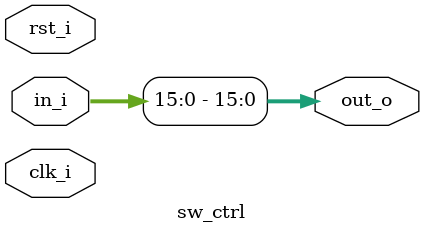
<source format=sv>
module sw_ctrl(
  input  logic clk_i,
  input  logic rst_i,

  input  logic [15:0] in_i,
  output logic [31:0] out_o
);

  assign out_o[15:0] = in_i;


endmodule


</source>
